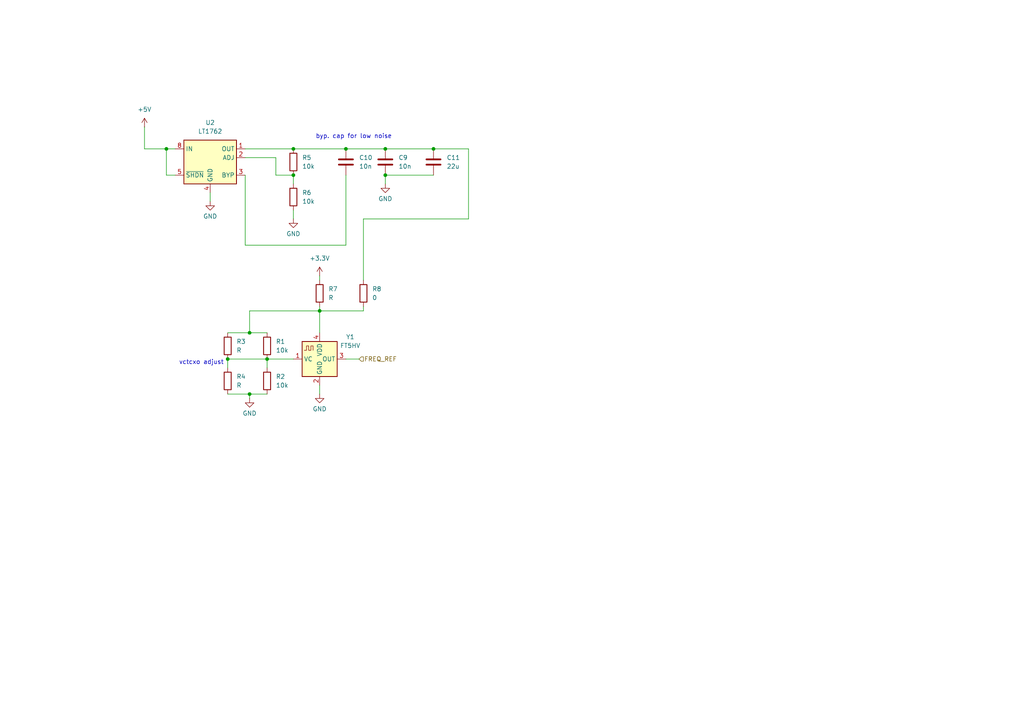
<source format=kicad_sch>
(kicad_sch (version 20250114) (generator "eeschema") (generator_version "9.0")
  (paper "A4")
  (lib_symbols
    (symbol "Device:C" (pin_numbers (hide yes)) (pin_names (offset 0.254))
      (property "Reference" "C" (at 0.635 2.54 0))
      (property "Value" "C" (at 0.635 -2.54 0))
      (symbol "C_0_1"
        (polyline (pts (xy -2.032 0.762) (xy 2.032 0.762)) (stroke (width 0.508)))
        (polyline (pts (xy -2.032 -0.762) (xy 2.032 -0.762)) (stroke (width 0.508)))
      )
      (symbol "C_1_1"
        (pin passive line (at 0 3.81 270) (length 2.794) (name "~") (number "1"))
        (pin passive line (at 0 -3.81 90) (length 2.794) (name "~") (number "2"))
      )
    )
    (symbol "Device:R" (pin_numbers (hide yes)) (pin_names (offset 0))
      (property "Reference" "R" (at 2.032 0 90))
      (property "Value" "R" (at 0 0 90))
      (symbol "R_0_1"
        (rectangle (start -1.016 -2.54) (end 1.016 2.54) (stroke (width 0.254)))
      )
      (symbol "R_1_1"
        (pin passive line (at 0 3.81 270) (length 1.27) (name "~") (number "1"))
        (pin passive line (at 0 -3.81 90) (length 1.27) (name "~") (number "2"))
      )
    )
    (symbol "Oscillator:FT5HV"
      (property "Reference" "Y" (at 5.08 11.43 0))
      (property "Value" "FT5HV" (at 6.35 8.89 0))
      (symbol "FT5HV_0_1"
        (rectangle (start -5.08 5.08) (end 5.08 -5.08) (stroke (width 0.254)) (fill (type background)))
        (polyline (pts (xy -4.445 2.54) (xy -3.81 2.54) (xy -3.81 3.81) (xy -3.175 3.81) (xy -3.175 2.54) (xy -2.54 2.54) (xy -2.54 3.81) (xy -1.905 3.81) (xy -1.905 2.54)))
      )
      (symbol "FT5HV_1_1"
        (pin input line (at -7.62 0 0) (length 2.54) (name "VC") (number "1"))
        (pin power_in line (at 0 7.62 270) (length 2.54) (name "VDD") (number "4"))
        (pin power_in line (at 0 -7.62 90) (length 2.54) (name "GND") (number "2"))
        (pin output line (at 7.62 0 180) (length 2.54) (name "OUT") (number "3"))
      )
    )
    (symbol "Regulator_Linear:LT1762"
      (property "Reference" "U" (at -7.62 8.89 0))
      (property "Value" "LT1762" (at 1.27 -6.35 0))
      (symbol "LT1762_0_1"
        (rectangle (start -7.62 7.62) (end 7.62 -5.08) (stroke (width 0.254)) (fill (type background)))
      )
      (symbol "LT1762_1_1"
        (pin power_in line (at -10.16 5.08 0) (length 2.54) (name "IN") (number "8"))
        (pin input line (at -10.16 -2.54 0) (length 2.54) (name "~{SHDN}") (number "5"))
        (pin power_in line (at 0 -7.62 90) (length 2.54) (name "GND") (number "4"))
        (pin no_connect line (at 2.54 5.08 90) (length 2.54) (hide yes) (name "NC") (number "6"))
        (pin no_connect line (at 2.54 2.54 90) (length 2.54) (hide yes) (name "NC") (number "7"))
        (pin power_out line (at 10.16 5.08 180) (length 2.54) (name "OUT") (number "1"))
        (pin input line (at 10.16 2.54 180) (length 2.54) (name "ADJ") (number "2"))
        (pin passive line (at 10.16 -2.54 180) (length 2.54) (name "BYP") (number "3"))
      )
    )
    (symbol "power:+3.3V" (power) (pin_numbers (hide yes)) (pin_names (offset 0) (hide yes))
      (property "Value" "+3.3V" (at 0 3.556 0))
      (symbol "+3.3V_0_1"
        (polyline (pts (xy -0.762 1.27) (xy 0 2.54)))
        (polyline (pts (xy 0 2.54) (xy 0.762 1.27)))
        (polyline (pts (xy 0 0) (xy 0 2.54)))
      )
      (symbol "+3.3V_1_1"
        (pin power_in line (at 0 0 90) (length 0) (name "~") (number "1"))
      )
    )
    (symbol "power:+5V" (power) (pin_numbers (hide yes)) (pin_names (offset 0) (hide yes))
      (property "Value" "+5V" (at 0 3.556 0))
      (symbol "+5V_0_1"
        (polyline (pts (xy -0.762 1.27) (xy 0 2.54)))
        (polyline (pts (xy 0 2.54) (xy 0.762 1.27)))
        (polyline (pts (xy 0 0) (xy 0 2.54)))
      )
      (symbol "+5V_1_1"
        (pin power_in line (at 0 0 90) (length 0) (name "~") (number "1"))
      )
    )
    (symbol "power:GND" (power) (pin_numbers (hide yes)) (pin_names (offset 0) (hide yes))
      (property "Value" "GND" (at 0 -3.81 0))
      (symbol "GND_0_1"
        (polyline (pts (xy 0 0) (xy 0 -1.27) (xy 1.27 -1.27) (xy 0 -2.54) (xy -1.27 -1.27) (xy 0 -1.27)))
      )
      (symbol "GND_1_1"
        (pin power_in line (at 0 0 270) (length 0) (name "~") (number "1"))
      )
    )
  )
  (text "vctcxo adjust" (at 58.42 105.156 0) (effects (font (size 1.27 1.27))))
  (text "byp. cap for low noise" (at 102.616 39.624 0) (effects (font (size 1.27 1.27))))
  (junction (at 111.76 50.8))
  (junction (at 125.73 43.18))
  (junction (at 85.09 43.18))
  (junction (at 85.09 50.8))
  (junction (at 66.04 104.14))
  (junction (at 77.47 104.14))
  (junction (at 72.39 96.52))
  (junction (at 48.26 43.18))
  (junction (at 92.71 90.17))
  (junction (at 100.33 43.18))
  (junction (at 72.39 114.3))
  (junction (at 111.76 43.18))
  (wire (pts (xy 80.01 45.72) (xy 71.12 45.72)))
  (wire (pts (xy 105.41 81.28) (xy 105.41 63.5)))
  (wire (pts (xy 41.91 43.18) (xy 48.26 43.18)))
  (wire (pts (xy 71.12 71.12) (xy 71.12 50.8)))
  (wire (pts (xy 80.01 50.8) (xy 80.01 45.72)))
  (wire (pts (xy 92.71 90.17) (xy 105.41 90.17)))
  (wire (pts (xy 48.26 50.8) (xy 48.26 43.18)))
  (wire (pts (xy 111.76 50.8) (xy 111.76 53.34)))
  (wire (pts (xy 92.71 80.01) (xy 92.71 81.28)))
  (wire (pts (xy 71.12 43.18) (xy 85.09 43.18)))
  (wire (pts (xy 85.09 50.8) (xy 85.09 53.34)))
  (wire (pts (xy 72.39 114.3) (xy 77.47 114.3)))
  (wire (pts (xy 135.89 63.5) (xy 135.89 43.18)))
  (wire (pts (xy 72.39 96.52) (xy 77.47 96.52)))
  (wire (pts (xy 50.8 50.8) (xy 48.26 50.8)))
  (wire (pts (xy 77.47 104.14) (xy 85.09 104.14)))
  (wire (pts (xy 48.26 43.18) (xy 50.8 43.18)))
  (wire (pts (xy 72.39 90.17) (xy 72.39 96.52)))
  (wire (pts (xy 111.76 50.8) (xy 125.73 50.8)))
  (wire (pts (xy 66.04 114.3) (xy 72.39 114.3)))
  (wire (pts (xy 85.09 60.96) (xy 85.09 63.5)))
  (wire (pts (xy 100.33 104.14) (xy 104.14 104.14)))
  (wire (pts (xy 60.96 55.88) (xy 60.96 58.42)))
  (wire (pts (xy 77.47 104.14) (xy 77.47 106.68)))
  (wire (pts (xy 72.39 114.3) (xy 72.39 115.57)))
  (wire (pts (xy 66.04 96.52) (xy 72.39 96.52)))
  (wire (pts (xy 111.76 43.18) (xy 125.73 43.18)))
  (wire (pts (xy 92.71 88.9) (xy 92.71 90.17)))
  (wire (pts (xy 92.71 90.17) (xy 92.71 96.52)))
  (wire (pts (xy 100.33 50.8) (xy 100.33 71.12)))
  (wire (pts (xy 66.04 104.14) (xy 66.04 106.68)))
  (wire (pts (xy 85.09 43.18) (xy 100.33 43.18)))
  (wire (pts (xy 92.71 111.76) (xy 92.71 114.3)))
  (wire (pts (xy 135.89 43.18) (xy 125.73 43.18)))
  (wire (pts (xy 85.09 50.8) (xy 80.01 50.8)))
  (wire (pts (xy 105.41 90.17) (xy 105.41 88.9)))
  (wire (pts (xy 111.76 43.18) (xy 100.33 43.18)))
  (wire (pts (xy 100.33 71.12) (xy 71.12 71.12)))
  (wire (pts (xy 66.04 104.14) (xy 77.47 104.14)))
  (wire (pts (xy 105.41 63.5) (xy 135.89 63.5)))
  (wire (pts (xy 92.71 90.17) (xy 72.39 90.17)))
  (wire (pts (xy 41.91 36.83) (xy 41.91 43.18)))
  (hierarchical_label "FREQ_REF" (shape input) (at 104.14 104.14 0))
  (symbol (lib_id "power:GND") (at 60.96 58.42 0) (unit 1)
    (property "Reference" "#PWR012" (effects (hide yes)))
    (property "Value" "GND" (at 60.96 62.738 0))
    (property "Description" "Power symbol creates a global label with name \"GND\" , ground" (effects (hide yes)))
  )
  (symbol (lib_id "power:GND") (at 72.39 115.57 0) (unit 1)
    (property "Reference" "#PWR013" (effects (hide yes)))
    (property "Value" "GND" (at 72.39 119.888 0))
    (property "Description" "Power symbol creates a global label with name \"GND\" , ground" (effects (hide yes)))
  )
  (symbol (lib_id "Device:R") (at 105.41 85.09 0) (unit 1)
    (property "Reference" "R8" (at 107.95 83.8199 0) (effects (justify left)))
    (property "Value" "0" (at 107.95 86.3599 0) (effects (justify left)))
    (property "Footprint" "Resistor_SMD:R_0603_1608Metric_Pad0.98x0.95mm_HandSolder" (effects (hide yes)))
    (property "Description" "Resistor" (effects (hide yes)))
  )
  (symbol (lib_id "Oscillator:FT5HV") (at 92.71 104.14 0) (unit 1)
    (property "Reference" "Y1" (at 101.6 97.7198 0))
    (property "Value" "FT5HV" (at 101.6 100.2598 0))
    (property "Footprint" "Oscillator:Oscillator_SMD_Fox_FT5H_5.0x3.2mm" (effects (hide yes)))
    (property "Datasheet" "https://foxonline.com/wp-content/uploads/pdfs/T5HN_T5HV.pdf" (effects (hide yes)))
    (property "Description" "HCMOS temperature compensated voltage controlled oscillator" (effects (hide yes)))
  )
  (symbol (lib_id "power:GND") (at 111.76 53.34 0) (unit 1)
    (property "Reference" "#PWR016" (effects (hide yes)))
    (property "Value" "GND" (at 111.76 57.658 0))
    (property "Description" "Power symbol creates a global label with name \"GND\" , ground" (effects (hide yes)))
  )
  (symbol (lib_id "Device:R") (at 85.09 57.15 0) (unit 1)
    (property "Reference" "R6" (at 87.63 55.8799 0) (effects (justify left)))
    (property "Value" "10k" (at 87.63 58.4199 0) (effects (justify left)))
    (property "Footprint" "Resistor_SMD:R_0603_1608Metric_Pad0.98x0.95mm_HandSolder" (effects (hide yes)))
    (property "Description" "Resistor" (effects (hide yes)))
  )
  (symbol (lib_id "Device:R") (at 85.09 46.99 0) (unit 1)
    (property "Reference" "R5" (at 87.63 45.7199 0) (effects (justify left)))
    (property "Value" "10k" (at 87.63 48.2599 0) (effects (justify left)))
    (property "Footprint" "Resistor_SMD:R_0603_1608Metric_Pad0.98x0.95mm_HandSolder" (effects (hide yes)))
    (property "Description" "Resistor" (effects (hide yes)))
  )
  (symbol (lib_id "Device:R") (at 92.71 85.09 0) (unit 1)
    (property "Reference" "R7" (at 95.25 83.8199 0) (effects (justify left)))
    (property "Value" "R" (at 95.25 86.3599 0) (effects (justify left)))
    (property "Footprint" "Resistor_SMD:R_0603_1608Metric_Pad0.98x0.95mm_HandSolder" (effects (hide yes)))
    (property "Description" "Resistor" (effects (hide yes)))
  )
  (symbol (lib_id "Device:C") (at 125.73 46.99 0) (unit 1)
    (property "Reference" "C11" (at 129.54 45.7199 0) (effects (justify left)))
    (property "Value" "22u" (at 129.54 48.2599 0) (effects (justify left)))
    (property "Footprint" "Capacitor_SMD:C_1206_3216Metric_Pad1.33x1.80mm_HandSolder" (effects (hide yes)))
    (property "Description" "Unpolarized capacitor" (effects (hide yes)))
  )
  (symbol (lib_id "Device:C") (at 111.76 46.99 0) (unit 1)
    (property "Reference" "C9" (at 115.57 45.7199 0) (effects (justify left)))
    (property "Value" "10n" (at 115.57 48.2599 0) (effects (justify left)))
    (property "Footprint" "Capacitor_SMD:C_0603_1608Metric_Pad1.08x0.95mm_HandSolder" (effects (hide yes)))
    (property "Description" "Unpolarized capacitor" (effects (hide yes)))
  )
  (symbol (lib_id "power:GND") (at 85.09 63.5 0) (unit 1)
    (property "Reference" "#PWR014" (effects (hide yes)))
    (property "Value" "GND" (at 85.09 67.818 0))
    (property "Description" "Power symbol creates a global label with name \"GND\" , ground" (effects (hide yes)))
  )
  (symbol (lib_id "Device:R") (at 66.04 110.49 0) (unit 1)
    (property "Reference" "R4" (at 68.58 109.2199 0) (effects (justify left)))
    (property "Value" "R" (at 68.58 111.7599 0) (effects (justify left)))
    (property "Footprint" "Resistor_SMD:R_0603_1608Metric_Pad0.98x0.95mm_HandSolder" (effects (hide yes)))
    (property "Description" "Resistor" (effects (hide yes)))
  )
  (symbol (lib_id "power:GND") (at 92.71 114.3 0) (unit 1)
    (property "Reference" "#PWR010" (effects (hide yes)))
    (property "Value" "GND" (at 92.71 118.618 0))
    (property "Description" "Power symbol creates a global label with name \"GND\" , ground" (effects (hide yes)))
  )
  (symbol (lib_id "Device:R") (at 77.47 110.49 0) (unit 1)
    (property "Reference" "R2" (at 80.01 109.2199 0) (effects (justify left)))
    (property "Value" "10k" (at 80.01 111.7599 0) (effects (justify left)))
    (property "Footprint" "Resistor_SMD:R_0603_1608Metric_Pad0.98x0.95mm_HandSolder" (effects (hide yes)))
    (property "Description" "Resistor" (effects (hide yes)))
  )
  (symbol (lib_id "Regulator_Linear:LT1762") (at 60.96 48.26 0) (unit 1)
    (property "Reference" "U2" (at 60.96 35.56 0))
    (property "Value" "LT1762" (at 60.96 38.1 0))
    (property "Footprint" "Package_SO:MSOP-8_3x3mm_P0.65mm" (effects (hide yes)))
    (property "Datasheet" "https://www.analog.com/media/en/technical-documentation/data-sheets/LT1762.pdf" (effects (hide yes)))
    (property "Description" "150mA, Adjustable, Low Noise, Micropower LDO Regulator, MSOP-8" (effects (hide yes)))
  )
  (symbol (lib_id "power:+5V") (at 41.91 36.83 0) (unit 1)
    (property "Reference" "#PWR011" (effects (hide yes)))
    (property "Value" "+5V" (at 41.91 31.75 0))
    (property "Description" "Power symbol creates a global label with name \"+5V\"" (effects (hide yes)))
  )
  (symbol (lib_id "Device:C") (at 100.33 46.99 180) (unit 1)
    (property "Reference" "C10" (at 104.14 45.7199 0) (effects (justify right)))
    (property "Value" "10n" (at 104.14 48.2599 0) (effects (justify right)))
    (property "Footprint" "Capacitor_SMD:C_0603_1608Metric_Pad1.08x0.95mm_HandSolder" (effects (hide yes)))
    (property "Description" "Unpolarized capacitor" (effects (hide yes)))
  )
  (symbol (lib_id "Device:R") (at 66.04 100.33 0) (unit 1)
    (property "Reference" "R3" (at 68.58 99.0599 0) (effects (justify left)))
    (property "Value" "R" (at 68.58 101.5999 0) (effects (justify left)))
    (property "Footprint" "Resistor_SMD:R_0603_1608Metric_Pad0.98x0.95mm_HandSolder" (effects (hide yes)))
    (property "Description" "Resistor" (effects (hide yes)))
  )
  (symbol (lib_id "power:+3.3V") (at 92.71 80.01 0) (unit 1)
    (property "Reference" "#PWR015" (effects (hide yes)))
    (property "Value" "+3.3V" (at 92.71 74.93 0))
    (property "Description" "Power symbol creates a global label with name \"+3.3V\"" (effects (hide yes)))
  )
  (symbol (lib_id "Device:R") (at 77.47 100.33 0) (unit 1)
    (property "Reference" "R1" (at 80.01 99.0599 0) (effects (justify left)))
    (property "Value" "10k" (at 80.01 101.5999 0) (effects (justify left)))
    (property "Footprint" "Resistor_SMD:R_0603_1608Metric_Pad0.98x0.95mm_HandSolder" (effects (hide yes)))
    (property "Description" "Resistor" (effects (hide yes)))
  )
)
</source>
